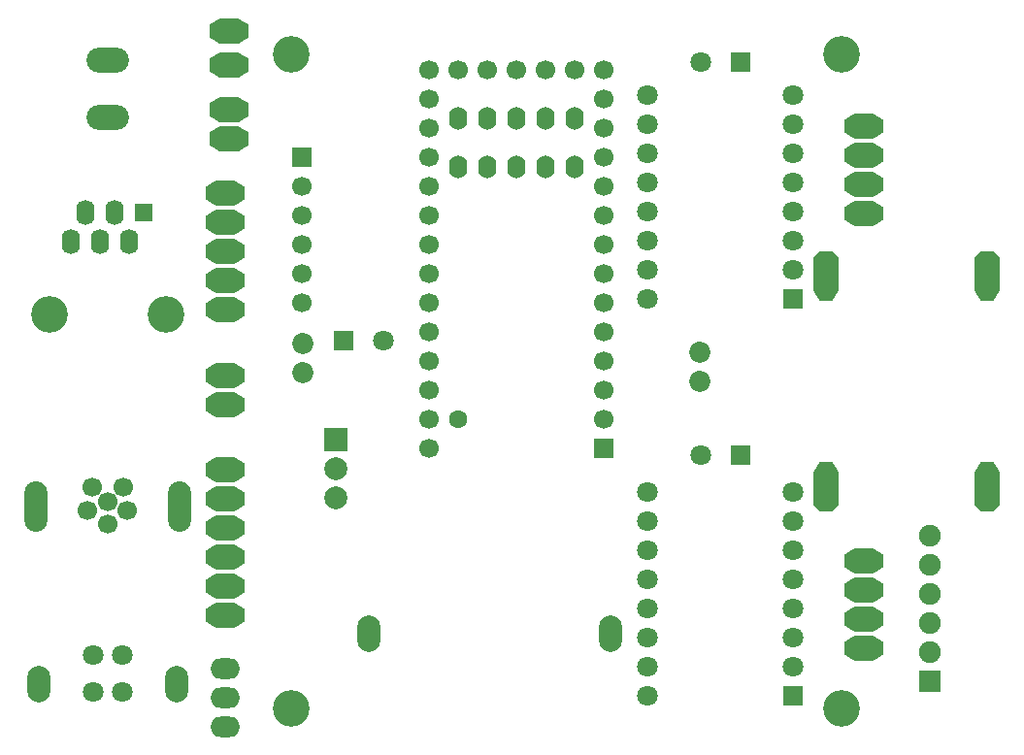
<source format=gbr>
%TF.GenerationSoftware,Novarm,DipTrace,3.3.1.3*%
%TF.CreationDate,2023-12-10T18:24:29+00:00*%
%FSLAX35Y35*%
%MOMM*%
%TF.FileFunction,Soldermask,Bot*%
%TF.Part,Single*%
%AMOUTLINE1*
4,1,8,
-0.80669,1.1,
0.77994,1.1,
1.7,0.54232,
1.7,-0.54141,
0.80669,-1.1,
-0.80669,-1.1,
-1.7,-0.54141,
-1.7,0.54141,
-0.80669,1.1,
0*%
%AMOUTLINE4*
4,1,8,
-0.80602,1.1,
0.77929,1.1,
1.7,0.55713,
1.7,-0.55542,
0.82868,-1.1,
-0.82868,-1.1,
-1.7,-0.55542,
-1.7,0.55622,
-0.80602,1.1,
0*%
%AMOUTLINE7*
4,1,8,
1.1,2.04142,
1.1,-0.77994,
0.54232,-1.7,
-0.54141,-1.7,
-1.1,-0.80669,
-1.1,2.04142,
-0.54142,2.6,
0.54142,2.6,
1.1,2.04142,
0*%
%AMOUTLINE10*
4,1,8,
-1.1,-2.04142,
-1.1,0.77994,
-0.54232,1.7,
0.54141,1.7,
1.1,0.80669,
1.1,-2.04142,
0.54142,-2.6,
-0.54142,-2.6,
-1.1,-2.04142,
0*%
%ADD28R,1.6X1.6*%
%ADD38C,1.6*%
%ADD43R,1.7X1.7*%
%ADD44C,1.7*%
%ADD52R,1.8X1.8*%
%ADD53C,1.8*%
%ADD56C,3.2*%
%ADD65C,2.0*%
%ADD66R,2.0X2.0*%
%ADD72O,1.6X2.0*%
%ADD75R,1.708X1.708*%
%ADD77C,1.9*%
%ADD78R,1.9X1.9*%
%ADD79O,3.7X2.2*%
%ADD81O,2.0X4.4*%
%ADD84O,2.6X1.8*%
%ADD86O,1.6X2.2*%
%ADD91C,1.85*%
%ADD95C,1.8*%
%ADD99O,2.0X3.2*%
%ADD110OUTLINE1*%
%ADD113OUTLINE4*%
%ADD116OUTLINE7*%
%ADD119OUTLINE10*%
G75*
G01*
%LPD*%
D99*
X3079723Y1047750D3*
X5187923D3*
D52*
X2856750Y3603627D3*
D95*
X3206750D3*
D52*
X6321497Y6035377D3*
D95*
X5971497D3*
D52*
X6321497Y2606377D3*
D95*
X5971497D3*
D91*
X2500000Y3577000D3*
Y3323000D3*
D28*
X1117500Y4726999D3*
D86*
X990500Y4472999D3*
X863500Y4726999D3*
X736500Y4472999D3*
X609500Y4726999D3*
X482500Y4472999D3*
D56*
X1308500Y3837999D3*
X292500D3*
D110*
X1825623Y4127500D3*
Y4889500D3*
Y3873500D3*
Y4635500D3*
Y4381500D3*
D91*
X5969000Y3504000D3*
Y3250000D3*
D53*
X925000Y540000D3*
X675000D3*
Y860000D3*
X925000D3*
D99*
X1402000Y610000D3*
X198000D3*
D110*
X1825623Y3048000D3*
Y3302000D3*
D113*
X1857373Y6009500D3*
Y6309500D3*
D84*
X1825623Y746123D3*
Y492123D3*
Y238123D3*
D44*
X936500Y2332000D3*
X663500D3*
X625000Y2126000D3*
X800000Y2010000D3*
X975000Y2126000D3*
X800000Y2200000D3*
D81*
X175000Y2159000D3*
X1425000D3*
D79*
X800000Y6050000D3*
Y5550000D3*
D78*
X1825627Y3302000D3*
D77*
Y3048000D3*
D78*
X7400000Y4719000D3*
D77*
Y4973000D3*
Y5227000D3*
Y5481000D3*
D78*
Y919000D3*
D77*
Y1173000D3*
Y1427000D3*
Y1681000D3*
D78*
X1825623Y4889500D3*
D77*
Y4635500D3*
Y4381500D3*
Y4127500D3*
Y3873500D3*
D78*
X7969250Y635000D3*
D77*
Y889000D3*
Y1143000D3*
Y1397000D3*
Y1651000D3*
Y1905000D3*
D110*
X1825623Y1714500D3*
Y2476500D3*
Y1206500D3*
Y1460500D3*
Y2222500D3*
Y1968500D3*
D75*
X5127623Y2667000D3*
D44*
Y2921000D3*
Y3175000D3*
Y3429000D3*
Y3683000D3*
Y3937000D3*
Y4191000D3*
Y4445000D3*
Y4699000D3*
Y4953000D3*
Y5207000D3*
Y5461000D3*
Y5715000D3*
Y5969000D3*
X3603623D3*
Y5715000D3*
Y5461000D3*
Y5207000D3*
Y4953000D3*
Y4699000D3*
Y4445000D3*
Y4191000D3*
Y3937000D3*
Y3683000D3*
Y3429000D3*
Y3175000D3*
Y2921000D3*
Y2667000D3*
X4873623Y5969000D3*
X4619623D3*
X4365623D3*
X4111623D3*
X3857623D3*
D38*
Y2921000D3*
D72*
X4873623Y5126000D3*
Y5543000D3*
X4619623Y5126000D3*
Y5543000D3*
X4365623Y5126000D3*
Y5543000D3*
X4111623Y5126000D3*
Y5543000D3*
X3857623Y5126000D3*
Y5543000D3*
D95*
X6781497Y5749623D3*
Y5241623D3*
Y4987623D3*
Y4733623D3*
Y4479623D3*
Y4225623D3*
D52*
Y3971623D3*
D95*
Y5495623D3*
X5511497Y5749623D3*
Y5241623D3*
Y4987623D3*
Y4733623D3*
Y4479623D3*
Y4225623D3*
Y3971623D3*
Y5495623D3*
X6781500Y2286000D3*
Y1778000D3*
Y1524000D3*
Y1270000D3*
Y1016000D3*
Y762000D3*
D52*
Y508000D3*
D95*
Y2032000D3*
X5511500Y2286000D3*
Y1778000D3*
Y1524000D3*
Y1270000D3*
Y1016000D3*
Y762000D3*
Y508000D3*
Y2032000D3*
D43*
X2492373Y5207000D3*
D44*
Y4953000D3*
Y4699000D3*
Y4445000D3*
Y4191000D3*
Y3937000D3*
D113*
X1857409Y5365750D3*
Y5619750D3*
D66*
X2794000Y2746377D3*
D65*
Y2492377D3*
Y2238377D3*
D110*
X7400000Y1173000D3*
Y919000D3*
Y1681000D3*
Y1427000D3*
Y4973000D3*
Y4719000D3*
Y5481000D3*
Y5227000D3*
D116*
X8470000Y4120000D3*
D119*
Y2380000D3*
D116*
X7070000Y4120000D3*
D119*
Y2380000D3*
D56*
X2400000Y400000D3*
X7200000D3*
Y6100000D3*
X2400000D3*
M02*

</source>
